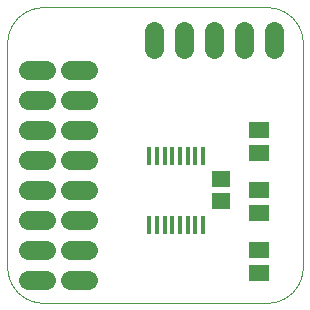
<source format=gbs>
G75*
%MOIN*%
%OFA0B0*%
%FSLAX25Y25*%
%IPPOS*%
%LPD*%
%AMOC8*
5,1,8,0,0,1.08239X$1,22.5*
%
%ADD10C,0.00000*%
%ADD11R,0.06306X0.05518*%
%ADD12R,0.06699X0.05518*%
%ADD13C,0.06400*%
%ADD14R,0.01800X0.06200*%
D10*
X0004500Y0013111D02*
X0004500Y0087914D01*
X0004503Y0088199D01*
X0004514Y0088485D01*
X0004531Y0088770D01*
X0004555Y0089054D01*
X0004586Y0089338D01*
X0004624Y0089621D01*
X0004669Y0089902D01*
X0004720Y0090183D01*
X0004778Y0090463D01*
X0004843Y0090741D01*
X0004915Y0091017D01*
X0004993Y0091291D01*
X0005078Y0091564D01*
X0005170Y0091834D01*
X0005268Y0092102D01*
X0005372Y0092368D01*
X0005483Y0092631D01*
X0005600Y0092891D01*
X0005723Y0093149D01*
X0005853Y0093403D01*
X0005989Y0093654D01*
X0006130Y0093902D01*
X0006278Y0094146D01*
X0006431Y0094387D01*
X0006591Y0094623D01*
X0006756Y0094856D01*
X0006926Y0095085D01*
X0007102Y0095310D01*
X0007284Y0095530D01*
X0007470Y0095746D01*
X0007662Y0095957D01*
X0007859Y0096164D01*
X0008061Y0096366D01*
X0008268Y0096563D01*
X0008479Y0096755D01*
X0008695Y0096941D01*
X0008915Y0097123D01*
X0009140Y0097299D01*
X0009369Y0097469D01*
X0009602Y0097634D01*
X0009838Y0097794D01*
X0010079Y0097947D01*
X0010323Y0098095D01*
X0010571Y0098236D01*
X0010822Y0098372D01*
X0011076Y0098502D01*
X0011334Y0098625D01*
X0011594Y0098742D01*
X0011857Y0098853D01*
X0012123Y0098957D01*
X0012391Y0099055D01*
X0012661Y0099147D01*
X0012934Y0099232D01*
X0013208Y0099310D01*
X0013484Y0099382D01*
X0013762Y0099447D01*
X0014042Y0099505D01*
X0014323Y0099556D01*
X0014604Y0099601D01*
X0014887Y0099639D01*
X0015171Y0099670D01*
X0015455Y0099694D01*
X0015740Y0099711D01*
X0016026Y0099722D01*
X0016311Y0099725D01*
X0091114Y0099725D01*
X0091399Y0099722D01*
X0091685Y0099711D01*
X0091970Y0099694D01*
X0092254Y0099670D01*
X0092538Y0099639D01*
X0092821Y0099601D01*
X0093102Y0099556D01*
X0093383Y0099505D01*
X0093663Y0099447D01*
X0093941Y0099382D01*
X0094217Y0099310D01*
X0094491Y0099232D01*
X0094764Y0099147D01*
X0095034Y0099055D01*
X0095302Y0098957D01*
X0095568Y0098853D01*
X0095831Y0098742D01*
X0096091Y0098625D01*
X0096349Y0098502D01*
X0096603Y0098372D01*
X0096854Y0098236D01*
X0097102Y0098095D01*
X0097346Y0097947D01*
X0097587Y0097794D01*
X0097823Y0097634D01*
X0098056Y0097469D01*
X0098285Y0097299D01*
X0098510Y0097123D01*
X0098730Y0096941D01*
X0098946Y0096755D01*
X0099157Y0096563D01*
X0099364Y0096366D01*
X0099566Y0096164D01*
X0099763Y0095957D01*
X0099955Y0095746D01*
X0100141Y0095530D01*
X0100323Y0095310D01*
X0100499Y0095085D01*
X0100669Y0094856D01*
X0100834Y0094623D01*
X0100994Y0094387D01*
X0101147Y0094146D01*
X0101295Y0093902D01*
X0101436Y0093654D01*
X0101572Y0093403D01*
X0101702Y0093149D01*
X0101825Y0092891D01*
X0101942Y0092631D01*
X0102053Y0092368D01*
X0102157Y0092102D01*
X0102255Y0091834D01*
X0102347Y0091564D01*
X0102432Y0091291D01*
X0102510Y0091017D01*
X0102582Y0090741D01*
X0102647Y0090463D01*
X0102705Y0090183D01*
X0102756Y0089902D01*
X0102801Y0089621D01*
X0102839Y0089338D01*
X0102870Y0089054D01*
X0102894Y0088770D01*
X0102911Y0088485D01*
X0102922Y0088199D01*
X0102925Y0087914D01*
X0102925Y0013111D01*
X0102922Y0012826D01*
X0102911Y0012540D01*
X0102894Y0012255D01*
X0102870Y0011971D01*
X0102839Y0011687D01*
X0102801Y0011404D01*
X0102756Y0011123D01*
X0102705Y0010842D01*
X0102647Y0010562D01*
X0102582Y0010284D01*
X0102510Y0010008D01*
X0102432Y0009734D01*
X0102347Y0009461D01*
X0102255Y0009191D01*
X0102157Y0008923D01*
X0102053Y0008657D01*
X0101942Y0008394D01*
X0101825Y0008134D01*
X0101702Y0007876D01*
X0101572Y0007622D01*
X0101436Y0007371D01*
X0101295Y0007123D01*
X0101147Y0006879D01*
X0100994Y0006638D01*
X0100834Y0006402D01*
X0100669Y0006169D01*
X0100499Y0005940D01*
X0100323Y0005715D01*
X0100141Y0005495D01*
X0099955Y0005279D01*
X0099763Y0005068D01*
X0099566Y0004861D01*
X0099364Y0004659D01*
X0099157Y0004462D01*
X0098946Y0004270D01*
X0098730Y0004084D01*
X0098510Y0003902D01*
X0098285Y0003726D01*
X0098056Y0003556D01*
X0097823Y0003391D01*
X0097587Y0003231D01*
X0097346Y0003078D01*
X0097102Y0002930D01*
X0096854Y0002789D01*
X0096603Y0002653D01*
X0096349Y0002523D01*
X0096091Y0002400D01*
X0095831Y0002283D01*
X0095568Y0002172D01*
X0095302Y0002068D01*
X0095034Y0001970D01*
X0094764Y0001878D01*
X0094491Y0001793D01*
X0094217Y0001715D01*
X0093941Y0001643D01*
X0093663Y0001578D01*
X0093383Y0001520D01*
X0093102Y0001469D01*
X0092821Y0001424D01*
X0092538Y0001386D01*
X0092254Y0001355D01*
X0091970Y0001331D01*
X0091685Y0001314D01*
X0091399Y0001303D01*
X0091114Y0001300D01*
X0016311Y0001300D01*
X0016026Y0001303D01*
X0015740Y0001314D01*
X0015455Y0001331D01*
X0015171Y0001355D01*
X0014887Y0001386D01*
X0014604Y0001424D01*
X0014323Y0001469D01*
X0014042Y0001520D01*
X0013762Y0001578D01*
X0013484Y0001643D01*
X0013208Y0001715D01*
X0012934Y0001793D01*
X0012661Y0001878D01*
X0012391Y0001970D01*
X0012123Y0002068D01*
X0011857Y0002172D01*
X0011594Y0002283D01*
X0011334Y0002400D01*
X0011076Y0002523D01*
X0010822Y0002653D01*
X0010571Y0002789D01*
X0010323Y0002930D01*
X0010079Y0003078D01*
X0009838Y0003231D01*
X0009602Y0003391D01*
X0009369Y0003556D01*
X0009140Y0003726D01*
X0008915Y0003902D01*
X0008695Y0004084D01*
X0008479Y0004270D01*
X0008268Y0004462D01*
X0008061Y0004659D01*
X0007859Y0004861D01*
X0007662Y0005068D01*
X0007470Y0005279D01*
X0007284Y0005495D01*
X0007102Y0005715D01*
X0006926Y0005940D01*
X0006756Y0006169D01*
X0006591Y0006402D01*
X0006431Y0006638D01*
X0006278Y0006879D01*
X0006130Y0007123D01*
X0005989Y0007371D01*
X0005853Y0007622D01*
X0005723Y0007876D01*
X0005600Y0008134D01*
X0005483Y0008394D01*
X0005372Y0008657D01*
X0005268Y0008923D01*
X0005170Y0009191D01*
X0005078Y0009461D01*
X0004993Y0009734D01*
X0004915Y0010008D01*
X0004843Y0010284D01*
X0004778Y0010562D01*
X0004720Y0010842D01*
X0004669Y0011123D01*
X0004624Y0011404D01*
X0004586Y0011687D01*
X0004555Y0011971D01*
X0004531Y0012255D01*
X0004514Y0012540D01*
X0004503Y0012826D01*
X0004500Y0013111D01*
D11*
X0075750Y0035060D03*
X0075750Y0042540D03*
D12*
X0088250Y0038790D03*
X0088250Y0031310D03*
X0088250Y0018790D03*
X0088250Y0011310D03*
X0088250Y0051310D03*
X0088250Y0058790D03*
D13*
X0017500Y0008800D02*
X0011500Y0008800D01*
X0011500Y0018800D02*
X0017500Y0018800D01*
X0025250Y0018800D02*
X0031250Y0018800D01*
X0031250Y0028800D02*
X0025250Y0028800D01*
X0017500Y0028800D02*
X0011500Y0028800D01*
X0011500Y0038800D02*
X0017500Y0038800D01*
X0025250Y0038800D02*
X0031250Y0038800D01*
X0031250Y0048800D02*
X0025250Y0048800D01*
X0017500Y0048800D02*
X0011500Y0048800D01*
X0011500Y0058800D02*
X0017500Y0058800D01*
X0025250Y0058800D02*
X0031250Y0058800D01*
X0031250Y0068800D02*
X0025250Y0068800D01*
X0017500Y0068800D02*
X0011500Y0068800D01*
X0011500Y0078800D02*
X0017500Y0078800D01*
X0025250Y0078800D02*
X0031250Y0078800D01*
X0053250Y0085800D02*
X0053250Y0091800D01*
X0063250Y0091800D02*
X0063250Y0085800D01*
X0073250Y0085800D02*
X0073250Y0091800D01*
X0083250Y0091800D02*
X0083250Y0085800D01*
X0093250Y0085800D02*
X0093250Y0091800D01*
X0031250Y0008800D02*
X0025250Y0008800D01*
D14*
X0051750Y0027300D03*
X0054350Y0027300D03*
X0056950Y0027300D03*
X0059450Y0027300D03*
X0062050Y0027300D03*
X0064550Y0027300D03*
X0067150Y0027300D03*
X0069750Y0027300D03*
X0069750Y0050300D03*
X0067150Y0050300D03*
X0064550Y0050300D03*
X0062050Y0050300D03*
X0059450Y0050300D03*
X0056950Y0050300D03*
X0054350Y0050300D03*
X0051750Y0050300D03*
M02*

</source>
